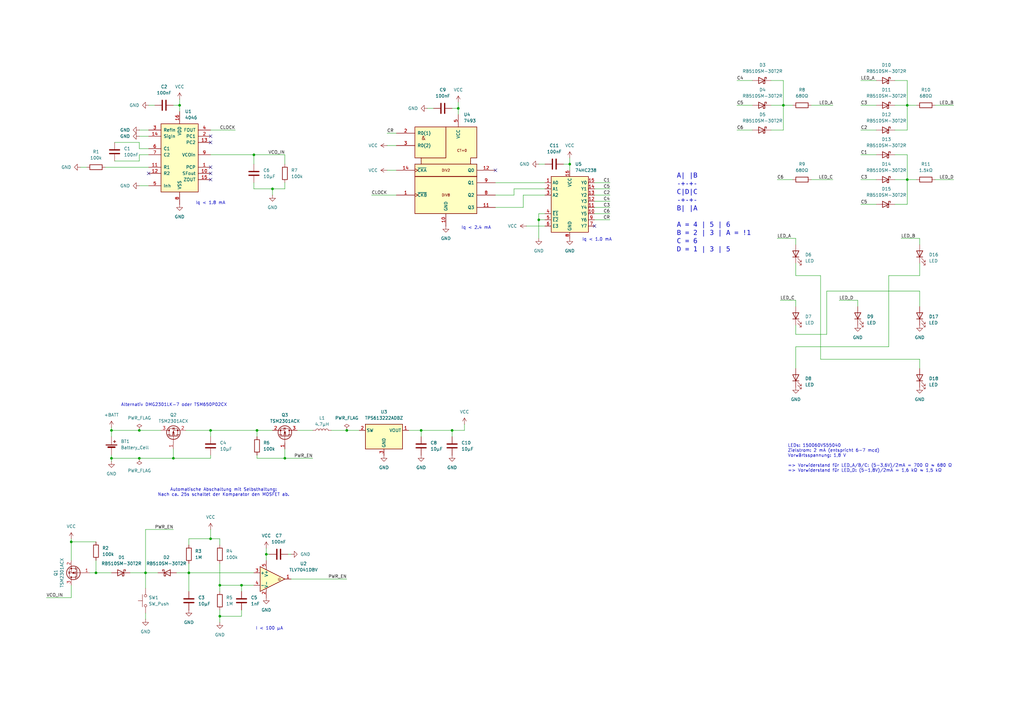
<source format=kicad_sch>
(kicad_sch (version 20231120) (generator "eeschema") (generator_version "8.0")
  (paper "A3")
  (lib_symbols
    (symbol "4xxx:4046" (pin_names (offset 1.016))
      (property "Reference" "U" (at -7.62 13.97 0))
      (property "Value" "4046" (at -7.62 -16.51 0))
      (symbol "4046_1_0"
        (pin output line (at 12.7 -5.08 180) (length 5.08) (name "PCP") (number "1"))
        (pin output line (at 12.7 -7.62 180) (length 5.08) (name "SFout") (number "10"))
        (pin input line (at -12.7 -5.08 0) (length 5.08) (name "R1") (number "11"))
        (pin input line (at -12.7 -7.62 0) (length 5.08) (name "R2") (number "12"))
        (pin tri_state line (at 12.7 5.08 180) (length 5.08) (name "PC2") (number "13"))
        (pin input line (at -12.7 7.62 0) (length 5.08) (name "SigIn") (number "14"))
        (pin output line (at 12.7 -10.16 180) (length 5.08) (name "ZOUT") (number "15"))
        (pin power_in line (at 0 17.78 270) (length 5.08) (name "VDD") (number "16"))
        (pin output line (at 12.7 7.62 180) (length 5.08) (name "PC1") (number "2"))
        (pin input line (at -12.7 10.16 0) (length 5.08) (name "RefIn") (number "3"))
        (pin output line (at 12.7 10.16 180) (length 5.08) (name "FOUT") (number "4"))
        (pin input line (at -12.7 -12.7 0) (length 5.08) (name "Inh") (number "5"))
        (pin input line (at -12.7 2.54 0) (length 5.08) (name "C1") (number "6"))
        (pin input line (at -12.7 0 0) (length 5.08) (name "C2") (number "7"))
        (pin power_in line (at 0 -20.32 90) (length 5.08) (name "VSS") (number "8"))
        (pin input line (at 12.7 0 180) (length 5.08) (name "VCOin") (number "9"))
      )
      (symbol "4046_1_1"
        (rectangle (start -7.62 12.7) (end 7.62 -15.24) (stroke (width 0.254)) (fill (type background)))
      )
    )
    (symbol "74xx:74HC238"
      (property "Reference" "U" (at -7.62 13.97 0))
      (property "Value" "74HC238" (at 2.54 -11.43 0))
      (symbol "74HC238_0_1"
        (rectangle (start -7.62 12.7) (end 7.62 -10.16) (stroke (width 0.254)) (fill (type background)))
      )
      (symbol "74HC238_1_1"
        (pin input line (at -10.16 10.16 0) (length 2.54) (name "A0") (number "1"))
        (pin output line (at 10.16 -2.54 180) (length 2.54) (name "Y5") (number "10"))
        (pin output line (at 10.16 0 180) (length 2.54) (name "Y4") (number "11"))
        (pin output line (at 10.16 2.54 180) (length 2.54) (name "Y3") (number "12"))
        (pin output line (at 10.16 5.08 180) (length 2.54) (name "Y2") (number "13"))
        (pin output line (at 10.16 7.62 180) (length 2.54) (name "Y1") (number "14"))
        (pin output line (at 10.16 10.16 180) (length 2.54) (name "Y0") (number "15"))
        (pin power_in line (at 0 15.24 270) (length 2.54) (name "VCC") (number "16"))
        (pin input line (at -10.16 7.62 0) (length 2.54) (name "A1") (number "2"))
        (pin input line (at -10.16 5.08 0) (length 2.54) (name "A2") (number "3"))
        (pin input line (at -10.16 -2.54 0) (length 2.54) (name "~{E1}") (number "4"))
        (pin input line (at -10.16 -5.08 0) (length 2.54) (name "~{E2}") (number "5"))
        (pin input line (at -10.16 -7.62 0) (length 2.54) (name "E3") (number "6"))
        (pin output line (at 10.16 -7.62 180) (length 2.54) (name "Y7") (number "7"))
        (pin power_in line (at 0 -12.7 90) (length 2.54) (name "GND") (number "8"))
        (pin output line (at 10.16 -5.08 180) (length 2.54) (name "Y6") (number "9"))
      )
    )
    (symbol "74xx_IEEE:7493" (pin_names (offset 1.016))
      (property "Reference" "U" (at 15.24 10.16 0))
      (property "Value" "7493" (at 10.16 -20.32 0))
      (symbol "7493_0_0"
        (rectangle (start -12.7 -2.54) (end 12.7 -17.78) (stroke (width 0.254)) (fill (type background)))
        (rectangle (start -12.7 2.54) (end 12.7 -2.54) (stroke (width 0.254)) (fill (type background)))
        (polyline (pts (xy 0 17.78) (xy 0 5.08) (xy -10.16 5.08) (xy -10.16 5.08)) (stroke (width 0.254)) (fill (type background)))
        (polyline (pts (xy -10.16 2.54) (xy -10.16 5.08) (xy -12.7 5.08) (xy -12.7 17.78) (xy 12.7 17.78) (xy 12.7 5.08) (xy 10.16 5.08) (xy 10.16 2.54) (xy 10.16 2.54)) (stroke (width 0.254)) (fill (type background)))
        (text "&" (at -9.144 13.208 0) (effects (font (size 1.524 1.524))))
        (text "CT=0" (at 6.604 8.128 0) (effects (font (size 1.016 1.016))))
        (text "DIV2" (at 0 0 0) (effects (font (size 1.016 1.016))))
        (text "DIV8" (at 0 -10.16 0) (effects (font (size 1.016 1.016))))
        (pin power_in line (at 0 -22.86 90) (length 5.08) (name "GND") (number "10"))
        (pin power_in line (at 5.08 22.86 270) (length 5.08) (name "VCC") (number "5"))
      )
      (symbol "7493_1_1"
        (pin input clock (at -20.32 -10.16 0) (length 7.62) (name "~{CKB}") (number "1"))
        (pin output line (at 20.32 -15.24 180) (length 7.62) (name "Q3") (number "11"))
        (pin output line (at 20.32 0 180) (length 7.62) (name "Q0") (number "12"))
        (pin input clock (at -20.32 0 0) (length 7.62) (name "~{CKA}") (number "14"))
        (pin input line (at -20.32 15.24 0) (length 7.62) (name "R0(1)") (number "2"))
        (pin input line (at -20.32 10.16 0) (length 7.62) (name "R0(2)") (number "3"))
        (pin output line (at 20.32 -10.16 180) (length 7.62) (name "Q2") (number "8"))
        (pin output line (at 20.32 -5.08 180) (length 7.62) (name "Q1") (number "9"))
      )
    )
    (symbol "Comparator:TLV7041DBV" (pin_names (offset 0.127))
      (property "Reference" "U" (at 0 5.08 0))
      (property "Value" "TLV7041DBV" (at 0 -5.08 0))
      (symbol "TLV7041DBV_0_1"
        (polyline (pts (xy -5.08 5.08) (xy 5.08 0) (xy -5.08 -5.08) (xy -5.08 5.08)) (stroke (width 0.254)) (fill (type background)))
        (polyline (pts (xy 3.302 -0.508) (xy 2.794 -0.508) (xy 3.302 0) (xy 2.794 0.508) (xy 2.286 0) (xy 2.794 -0.508) (xy 2.286 -0.508)) (stroke (width 0.127)))
        (pin power_in line (at -2.54 -7.62 90) (length 3.81) (name "V-") (number "2"))
        (pin power_in line (at -2.54 7.62 270) (length 3.81) (name "V+") (number "5"))
      )
      (symbol "TLV7041DBV_1_1"
        (pin open_collector line (at 7.62 0 180) (length 2.54) (name "~") (number "1"))
        (pin input line (at -7.62 2.54 0) (length 2.54) (name "+") (number "3"))
        (pin input line (at -7.62 -2.54 0) (length 2.54) (name "-") (number "4"))
      )
    )
    (symbol "Device:Battery_Cell" (pin_numbers hide) (pin_names (offset 0) hide)
      (property "Reference" "BT" (at 2.54 2.54 0))
      (property "Value" "Battery_Cell" (at 2.54 0 0))
      (symbol "Battery_Cell_0_1"
        (rectangle (start -2.286 1.778) (end 2.286 1.524) (fill (type outline)))
        (rectangle (start -1.524 1.016) (end 1.524 0.508) (fill (type outline)))
        (polyline (pts (xy 0 0.762) (xy 0 0)))
        (polyline (pts (xy 0 1.778) (xy 0 2.54)))
        (polyline (pts (xy 0.762 3.048) (xy 1.778 3.048)) (stroke (width 0.254)))
        (polyline (pts (xy 1.27 3.556) (xy 1.27 2.54)) (stroke (width 0.254)))
      )
      (symbol "Battery_Cell_1_1"
        (pin passive line (at 0 5.08 270) (length 2.54) (name "+") (number "1"))
        (pin passive line (at 0 -2.54 90) (length 2.54) (name "-") (number "2"))
      )
    )
    (symbol "Device:C" (pin_numbers hide) (pin_names (offset 0.254))
      (property "Reference" "C" (at 0.635 2.54 0))
      (property "Value" "C" (at 0.635 -2.54 0))
      (symbol "C_0_1"
        (polyline (pts (xy -2.032 -0.762) (xy 2.032 -0.762)) (stroke (width 0.508)))
        (polyline (pts (xy -2.032 0.762) (xy 2.032 0.762)) (stroke (width 0.508)))
      )
      (symbol "C_1_1"
        (pin passive line (at 0 3.81 270) (length 2.794) (name "~") (number "1"))
        (pin passive line (at 0 -3.81 90) (length 2.794) (name "~") (number "2"))
      )
    )
    (symbol "Device:D_Schottky" (pin_numbers hide) (pin_names (offset 1.016) hide)
      (property "Reference" "D" (at 0 2.54 0))
      (property "Value" "D_Schottky" (at 0 -2.54 0))
      (symbol "D_Schottky_0_1"
        (polyline (pts (xy 1.27 0) (xy -1.27 0)))
        (polyline (pts (xy 1.27 1.27) (xy 1.27 -1.27) (xy -1.27 0) (xy 1.27 1.27)) (stroke (width 0.254)))
        (polyline (pts (xy -1.905 0.635) (xy -1.905 1.27) (xy -1.27 1.27) (xy -1.27 -1.27) (xy -0.635 -1.27) (xy -0.635 -0.635)) (stroke (width 0.254)))
      )
      (symbol "D_Schottky_1_1"
        (pin passive line (at -3.81 0 0) (length 2.54) (name "K") (number "1"))
        (pin passive line (at 3.81 0 180) (length 2.54) (name "A") (number "2"))
      )
    )
    (symbol "Device:L" (pin_numbers hide) (pin_names (offset 1.016) hide)
      (property "Reference" "L" (at -1.27 0 90))
      (property "Value" "L" (at 1.905 0 90))
      (symbol "L_0_1"
        (arc (start 0 -2.54) (mid 0.6323 -1.905) (end 0 -1.27))
        (arc (start 0 -1.27) (mid 0.6323 -0.635) (end 0 0))
        (arc (start 0 0) (mid 0.6323 0.635) (end 0 1.27))
        (arc (start 0 1.27) (mid 0.6323 1.905) (end 0 2.54))
      )
      (symbol "L_1_1"
        (pin passive line (at 0 3.81 270) (length 1.27) (name "1") (number "1"))
        (pin passive line (at 0 -3.81 90) (length 1.27) (name "2") (number "2"))
      )
    )
    (symbol "Device:LED" (pin_numbers hide) (pin_names (offset 1.016) hide)
      (property "Reference" "D" (at 0 2.54 0))
      (property "Value" "LED" (at 0 -2.54 0))
      (symbol "LED_0_1"
        (polyline (pts (xy -1.27 -1.27) (xy -1.27 1.27)) (stroke (width 0.254)))
        (polyline (pts (xy -1.27 0) (xy 1.27 0)))
        (polyline (pts (xy 1.27 -1.27) (xy 1.27 1.27) (xy -1.27 0) (xy 1.27 -1.27)) (stroke (width 0.254)))
        (polyline (pts (xy -3.048 -0.762) (xy -4.572 -2.286) (xy -3.81 -2.286) (xy -4.572 -2.286) (xy -4.572 -1.524)))
        (polyline (pts (xy -1.778 -0.762) (xy -3.302 -2.286) (xy -2.54 -2.286) (xy -3.302 -2.286) (xy -3.302 -1.524)))
      )
      (symbol "LED_1_1"
        (pin passive line (at -3.81 0 0) (length 2.54) (name "K") (number "1"))
        (pin passive line (at 3.81 0 180) (length 2.54) (name "A") (number "2"))
      )
    )
    (symbol "Device:R" (pin_numbers hide) (pin_names (offset 0))
      (property "Reference" "R" (at 2.032 0 90))
      (property "Value" "R" (at 0 0 90))
      (symbol "R_0_1"
        (rectangle (start -1.016 -2.54) (end 1.016 2.54) (stroke (width 0.254)))
      )
      (symbol "R_1_1"
        (pin passive line (at 0 3.81 270) (length 1.27) (name "~") (number "1"))
        (pin passive line (at 0 -3.81 90) (length 1.27) (name "~") (number "2"))
      )
    )
    (symbol "Regulator_Switching:TPS613222ADBZ"
      (property "Reference" "U" (at -7.62 6.35 0))
      (property "Value" "TPS613222ADBZ" (at 2.54 6.35 0))
      (symbol "TPS613222ADBZ_0_1"
        (rectangle (start -7.62 5.08) (end 7.62 -5.08) (stroke (width 0.254)) (fill (type background)))
      )
      (symbol "TPS613222ADBZ_1_1"
        (pin power_out line (at 10.16 2.54 180) (length 2.54) (name "VOUT") (number "1"))
        (pin power_in line (at -10.16 2.54 0) (length 2.54) (name "SW") (number "2"))
        (pin power_in line (at 0 -7.62 90) (length 2.54) (name "GND") (number "3"))
      )
    )
    (symbol "Switch:SW_Push" (pin_numbers hide) (pin_names (offset 1.016) hide)
      (property "Reference" "SW" (at 1.27 2.54 0))
      (property "Value" "SW_Push" (at 0 -1.524 0))
      (symbol "SW_Push_0_1"
        (circle (center -2.032 0) (radius 0.508))
        (polyline (pts (xy 0 1.27) (xy 0 3.048)))
        (polyline (pts (xy 2.54 1.27) (xy -2.54 1.27)))
        (circle (center 2.032 0) (radius 0.508))
        (pin passive line (at -5.08 0 0) (length 2.54) (name "1") (number "1"))
        (pin passive line (at 5.08 0 180) (length 2.54) (name "2") (number "2"))
      )
    )
    (symbol "Transistor_FET_old:TSM2301ACX" (pin_names hide)
      (property "Reference" "Q" (at 5.08 1.905 0))
      (property "Value" "TSM2301ACX" (at 5.08 0 0))
      (symbol "TSM2301ACX_0_1"
        (polyline (pts (xy 0.254 0) (xy -2.54 0)))
        (polyline (pts (xy 0.254 1.905) (xy 0.254 -1.905)) (stroke (width 0.254)))
        (polyline (pts (xy 0.762 -1.27) (xy 0.762 -2.286)) (stroke (width 0.254)))
        (polyline (pts (xy 0.762 0.508) (xy 0.762 -0.508)) (stroke (width 0.254)))
        (polyline (pts (xy 0.762 2.286) (xy 0.762 1.27)) (stroke (width 0.254)))
        (polyline (pts (xy 2.54 2.54) (xy 2.54 1.778)))
        (polyline (pts (xy 2.54 -2.54) (xy 2.54 0) (xy 0.762 0)))
        (polyline (pts (xy 0.762 1.778) (xy 3.302 1.778) (xy 3.302 -1.778) (xy 0.762 -1.778)))
        (polyline (pts (xy 2.286 0) (xy 1.27 0.381) (xy 1.27 -0.381) (xy 2.286 0)) (fill (type outline)))
        (polyline (pts (xy 2.794 -0.508) (xy 2.921 -0.381) (xy 3.683 -0.381) (xy 3.81 -0.254)))
        (polyline (pts (xy 3.302 -0.381) (xy 2.921 0.254) (xy 3.683 0.254) (xy 3.302 -0.381)))
        (circle (center 1.651 0) (radius 2.794) (stroke (width 0.254)))
        (circle (center 2.54 -1.778) (radius 0.254) (fill (type outline)))
        (circle (center 2.54 1.778) (radius 0.254) (fill (type outline)))
      )
      (symbol "TSM2301ACX_1_1"
        (pin input line (at -5.08 0 0) (length 2.54) (name "G") (number "1"))
        (pin passive line (at 2.54 -5.08 90) (length 2.54) (name "S") (number "2"))
        (pin passive line (at 2.54 5.08 270) (length 2.54) (name "D") (number "3"))
      )
    )
    (symbol "power:+BATT" (power) (pin_numbers hide) (pin_names (offset 0) hide)
      (property "Value" "+BATT" (at 0 3.556 0))
      (symbol "+BATT_0_1"
        (polyline (pts (xy -0.762 1.27) (xy 0 2.54)))
        (polyline (pts (xy 0 0) (xy 0 2.54)))
        (polyline (pts (xy 0 2.54) (xy 0.762 1.27)))
      )
      (symbol "+BATT_1_1"
        (pin power_in line (at 0 0 90) (length 0) (name "~") (number "1"))
      )
    )
    (symbol "power:GND" (power) (pin_numbers hide) (pin_names (offset 0) hide)
      (property "Value" "GND" (at 0 -3.81 0))
      (symbol "GND_0_1"
        (polyline (pts (xy 0 0) (xy 0 -1.27) (xy 1.27 -1.27) (xy 0 -2.54) (xy -1.27 -1.27) (xy 0 -1.27)))
      )
      (symbol "GND_1_1"
        (pin power_in line (at 0 0 270) (length 0) (name "~") (number "1"))
      )
    )
    (symbol "power:PWR_FLAG" (power) (pin_numbers hide) (pin_names (offset 0) hide)
      (property "Value" "PWR_FLAG" (at 0 3.81 0))
      (symbol "PWR_FLAG_0_0"
        (pin power_out line (at 0 0 90) (length 0) (name "~") (number "1"))
      )
      (symbol "PWR_FLAG_0_1"
        (polyline (pts (xy 0 0) (xy 0 1.27) (xy -1.016 1.905) (xy 0 2.54) (xy 1.016 1.905) (xy 0 1.27)))
      )
    )
    (symbol "power:VCC" (power) (pin_numbers hide) (pin_names (offset 0) hide)
      (property "Value" "VCC" (at 0 3.556 0))
      (symbol "VCC_0_1"
        (polyline (pts (xy -0.762 1.27) (xy 0 2.54)))
        (polyline (pts (xy 0 0) (xy 0 2.54)))
        (polyline (pts (xy 0 2.54) (xy 0.762 1.27)))
      )
      (symbol "VCC_1_1"
        (pin power_in line (at 0 0 90) (length 0) (name "~") (number "1"))
      )
    )
  )
  (junction (at 220.98 90.17))
  (junction (at 111.76 77.47))
  (junction (at 372.11 43.18))
  (junction (at 142.24 176.53))
  (junction (at 29.21 222.25))
  (junction (at 77.47 234.95))
  (junction (at 90.17 252.73))
  (junction (at 73.66 43.18))
  (junction (at 172.72 176.53))
  (junction (at 86.36 220.98))
  (junction (at 99.06 240.03))
  (junction (at 233.68 67.31))
  (junction (at 45.72 187.96))
  (junction (at 57.15 187.96))
  (junction (at 187.96 44.45))
  (junction (at 90.17 240.03))
  (junction (at 45.72 176.53))
  (junction (at 104.14 63.5))
  (junction (at 105.41 176.53))
  (junction (at 86.36 176.53))
  (junction (at 372.11 73.66))
  (junction (at 109.22 227.33))
  (junction (at 57.15 176.53))
  (junction (at 59.69 234.95))
  (junction (at 71.12 187.96))
  (junction (at 185.42 176.53))
  (junction (at 39.37 234.95))
  (junction (at 116.84 187.96))
  (junction (at 321.31 43.18))
  (no_connect (at 243.84 92.71))
  (no_connect (at 203.2 69.85))
  (no_connect (at 86.36 55.88))
  (no_connect (at 86.36 73.66))
  (no_connect (at 86.36 58.42))
  (no_connect (at 86.36 68.58))
  (no_connect (at 60.96 71.12))
  (no_connect (at 86.36 71.12))
  (wire (pts (xy 243.84 80.01) (xy 250.19 80.01)))
  (wire (pts (xy 320.04 123.19) (xy 326.39 123.19)))
  (wire (pts (xy 86.36 53.34) (xy 96.52 53.34)))
  (wire (pts (xy 243.84 85.09) (xy 250.19 85.09)))
  (wire (pts (xy 367.03 43.18) (xy 372.11 43.18)))
  (wire (pts (xy 377.19 147.32) (xy 377.19 151.13)))
  (wire (pts (xy 90.17 252.73) (xy 99.06 252.73)))
  (wire (pts (xy 336.55 147.32) (xy 377.19 147.32)))
  (wire (pts (xy 367.03 83.82) (xy 372.11 83.82)))
  (wire (pts (xy 175.26 44.45) (xy 177.8 44.45)))
  (wire (pts (xy 33.02 68.58) (xy 35.56 68.58)))
  (wire (pts (xy 372.11 33.02) (xy 367.03 33.02)))
  (wire (pts (xy 220.98 67.31) (xy 223.52 67.31)))
  (wire (pts (xy 116.84 77.47) (xy 116.84 74.93)))
  (wire (pts (xy 158.75 69.85) (xy 162.56 69.85)))
  (wire (pts (xy 119.38 237.49) (xy 142.24 237.49)))
  (wire (pts (xy 86.36 176.53) (xy 86.36 179.07)))
  (wire (pts (xy 71.12 184.15) (xy 71.12 187.96)))
  (wire (pts (xy 332.74 43.18) (xy 341.63 43.18)))
  (wire (pts (xy 187.96 44.45) (xy 187.96 46.99)))
  (wire (pts (xy 243.84 74.93) (xy 250.19 74.93)))
  (wire (pts (xy 116.84 63.5) (xy 116.84 67.31)))
  (wire (pts (xy 351.79 123.19) (xy 351.79 125.73)))
  (wire (pts (xy 29.21 220.98) (xy 29.21 222.25)))
  (wire (pts (xy 110.49 227.33) (xy 109.22 227.33)))
  (wire (pts (xy 59.69 217.17) (xy 59.69 234.95)))
  (wire (pts (xy 39.37 234.95) (xy 45.72 234.95)))
  (wire (pts (xy 321.31 53.34) (xy 321.31 43.18)))
  (wire (pts (xy 104.14 77.47) (xy 111.76 77.47)))
  (wire (pts (xy 318.77 97.79) (xy 326.39 97.79)))
  (wire (pts (xy 59.69 217.17) (xy 71.12 217.17)))
  (wire (pts (xy 57.15 60.96) (xy 57.15 58.42)))
  (wire (pts (xy 86.36 220.98) (xy 90.17 220.98)))
  (wire (pts (xy 57.15 63.5) (xy 60.96 63.5)))
  (wire (pts (xy 36.83 234.95) (xy 39.37 234.95)))
  (wire (pts (xy 111.76 77.47) (xy 116.84 77.47)))
  (wire (pts (xy 45.72 187.96) (xy 57.15 187.96)))
  (wire (pts (xy 99.06 250.19) (xy 99.06 252.73)))
  (wire (pts (xy 57.15 187.96) (xy 71.12 187.96)))
  (wire (pts (xy 214.63 80.01) (xy 223.52 80.01)))
  (wire (pts (xy 19.05 245.11) (xy 29.21 245.11)))
  (wire (pts (xy 243.84 90.17) (xy 250.19 90.17)))
  (wire (pts (xy 302.26 33.02) (xy 308.61 33.02)))
  (wire (pts (xy 203.2 85.09) (xy 214.63 85.09)))
  (wire (pts (xy 121.92 176.53) (xy 128.27 176.53)))
  (wire (pts (xy 71.12 187.96) (xy 86.36 187.96)))
  (wire (pts (xy 364.49 142.24) (xy 326.39 142.24)))
  (wire (pts (xy 167.64 176.53) (xy 172.72 176.53)))
  (wire (pts (xy 135.89 176.53) (xy 142.24 176.53)))
  (wire (pts (xy 353.06 73.66) (xy 359.41 73.66)))
  (wire (pts (xy 71.12 43.18) (xy 73.66 43.18)))
  (wire (pts (xy 72.39 234.95) (xy 77.47 234.95)))
  (wire (pts (xy 372.11 53.34) (xy 372.11 43.18)))
  (wire (pts (xy 321.31 43.18) (xy 325.12 43.18)))
  (wire (pts (xy 372.11 63.5) (xy 367.03 63.5)))
  (wire (pts (xy 111.76 77.47) (xy 111.76 80.01)))
  (wire (pts (xy 203.2 74.93) (xy 223.52 74.93)))
  (wire (pts (xy 57.15 176.53) (xy 66.04 176.53)))
  (wire (pts (xy 99.06 240.03) (xy 90.17 240.03)))
  (wire (pts (xy 86.36 176.53) (xy 105.41 176.53)))
  (wire (pts (xy 187.96 41.91) (xy 187.96 44.45)))
  (wire (pts (xy 45.72 175.26) (xy 45.72 176.53)))
  (wire (pts (xy 172.72 176.53) (xy 172.72 179.07)))
  (wire (pts (xy 302.26 53.34) (xy 308.61 53.34)))
  (wire (pts (xy 243.84 87.63) (xy 250.19 87.63)))
  (wire (pts (xy 105.41 176.53) (xy 105.41 179.07)))
  (wire (pts (xy 377.19 100.33) (xy 377.19 97.79)))
  (wire (pts (xy 210.82 77.47) (xy 210.82 80.01)))
  (wire (pts (xy 220.98 90.17) (xy 223.52 90.17)))
  (wire (pts (xy 372.11 83.82) (xy 372.11 73.66)))
  (wire (pts (xy 90.17 240.03) (xy 90.17 231.14)))
  (wire (pts (xy 372.11 43.18) (xy 372.11 33.02)))
  (wire (pts (xy 73.66 40.64) (xy 73.66 43.18)))
  (wire (pts (xy 233.68 67.31) (xy 233.68 69.85)))
  (wire (pts (xy 326.39 123.19) (xy 326.39 125.73)))
  (wire (pts (xy 364.49 113.03) (xy 364.49 142.24)))
  (wire (pts (xy 367.03 73.66) (xy 372.11 73.66)))
  (wire (pts (xy 316.23 53.34) (xy 321.31 53.34)))
  (wire (pts (xy 383.54 73.66) (xy 391.16 73.66)))
  (wire (pts (xy 372.11 73.66) (xy 375.92 73.66)))
  (wire (pts (xy 59.69 254) (xy 59.69 251.46)))
  (wire (pts (xy 353.06 63.5) (xy 359.41 63.5)))
  (wire (pts (xy 344.17 123.19) (xy 351.79 123.19)))
  (wire (pts (xy 233.68 64.77) (xy 233.68 67.31)))
  (wire (pts (xy 326.39 133.35) (xy 326.39 137.16)))
  (wire (pts (xy 57.15 53.34) (xy 60.96 53.34)))
  (wire (pts (xy 57.15 55.88) (xy 60.96 55.88)))
  (wire (pts (xy 76.2 176.53) (xy 86.36 176.53)))
  (wire (pts (xy 353.06 33.02) (xy 359.41 33.02)))
  (wire (pts (xy 190.5 176.53) (xy 190.5 173.99)))
  (wire (pts (xy 353.06 43.18) (xy 359.41 43.18)))
  (wire (pts (xy 185.42 44.45) (xy 187.96 44.45)))
  (wire (pts (xy 383.54 43.18) (xy 391.16 43.18)))
  (wire (pts (xy 367.03 53.34) (xy 372.11 53.34)))
  (wire (pts (xy 45.72 176.53) (xy 45.72 179.07)))
  (wire (pts (xy 372.11 43.18) (xy 375.92 43.18)))
  (wire (pts (xy 104.14 240.03) (xy 99.06 240.03)))
  (wire (pts (xy 210.82 80.01) (xy 203.2 80.01)))
  (wire (pts (xy 377.19 113.03) (xy 364.49 113.03)))
  (wire (pts (xy 53.34 234.95) (xy 59.69 234.95)))
  (wire (pts (xy 185.42 176.53) (xy 190.5 176.53)))
  (wire (pts (xy 353.06 53.34) (xy 359.41 53.34)))
  (wire (pts (xy 326.39 137.16) (xy 339.09 137.16)))
  (wire (pts (xy 73.66 43.18) (xy 73.66 45.72)))
  (wire (pts (xy 353.06 83.82) (xy 359.41 83.82)))
  (wire (pts (xy 231.14 67.31) (xy 233.68 67.31)))
  (wire (pts (xy 243.84 77.47) (xy 250.19 77.47)))
  (wire (pts (xy 86.36 63.5) (xy 104.14 63.5)))
  (wire (pts (xy 105.41 176.53) (xy 111.76 176.53)))
  (wire (pts (xy 90.17 240.03) (xy 90.17 242.57)))
  (wire (pts (xy 302.26 43.18) (xy 308.61 43.18)))
  (wire (pts (xy 185.42 176.53) (xy 185.42 179.07)))
  (wire (pts (xy 90.17 255.27) (xy 90.17 252.73)))
  (wire (pts (xy 321.31 43.18) (xy 321.31 33.02)))
  (wire (pts (xy 77.47 231.14) (xy 77.47 234.95)))
  (wire (pts (xy 339.09 137.16) (xy 339.09 119.38)))
  (wire (pts (xy 104.14 63.5) (xy 116.84 63.5)))
  (wire (pts (xy 336.55 113.03) (xy 336.55 147.32)))
  (wire (pts (xy 77.47 220.98) (xy 86.36 220.98)))
  (wire (pts (xy 332.74 73.66) (xy 341.63 73.66)))
  (wire (pts (xy 39.37 234.95) (xy 39.37 229.87)))
  (wire (pts (xy 321.31 33.02) (xy 316.23 33.02)))
  (wire (pts (xy 60.96 60.96) (xy 57.15 60.96)))
  (wire (pts (xy 57.15 66.04) (xy 57.15 63.5)))
  (wire (pts (xy 172.72 176.53) (xy 185.42 176.53)))
  (wire (pts (xy 215.9 92.71) (xy 223.52 92.71)))
  (wire (pts (xy 90.17 220.98) (xy 90.17 223.52)))
  (wire (pts (xy 326.39 113.03) (xy 336.55 113.03)))
  (wire (pts (xy 104.14 63.5) (xy 104.14 67.31)))
  (wire (pts (xy 86.36 186.69) (xy 86.36 187.96)))
  (wire (pts (xy 214.63 85.09) (xy 214.63 80.01)))
  (wire (pts (xy 57.15 58.42) (xy 46.99 58.42)))
  (wire (pts (xy 45.72 186.69) (xy 45.72 187.96)))
  (wire (pts (xy 45.72 176.53) (xy 57.15 176.53)))
  (wire (pts (xy 152.4 80.01) (xy 162.56 80.01)))
  (wire (pts (xy 377.19 119.38) (xy 377.19 125.73)))
  (wire (pts (xy 29.21 222.25) (xy 39.37 222.25)))
  (wire (pts (xy 77.47 223.52) (xy 77.47 220.98)))
  (wire (pts (xy 45.72 187.96) (xy 45.72 189.23)))
  (wire (pts (xy 86.36 217.17) (xy 86.36 220.98)))
  (wire (pts (xy 158.75 54.61) (xy 162.56 54.61)))
  (wire (pts (xy 109.22 227.33) (xy 109.22 229.87)))
  (wire (pts (xy 46.99 66.04) (xy 57.15 66.04)))
  (wire (pts (xy 57.15 76.2) (xy 60.96 76.2)))
  (wire (pts (xy 316.23 43.18) (xy 321.31 43.18)))
  (wire (pts (xy 104.14 74.93) (xy 104.14 77.47)))
  (wire (pts (xy 77.47 234.95) (xy 104.14 234.95)))
  (wire (pts (xy 29.21 222.25) (xy 29.21 229.87)))
  (wire (pts (xy 116.84 184.15) (xy 116.84 187.96)))
  (wire (pts (xy 29.21 245.11) (xy 29.21 240.03)))
  (wire (pts (xy 105.41 186.69) (xy 105.41 187.96)))
  (wire (pts (xy 220.98 87.63) (xy 223.52 87.63)))
  (wire (pts (xy 109.22 224.79) (xy 109.22 227.33)))
  (wire (pts (xy 339.09 119.38) (xy 377.19 119.38)))
  (wire (pts (xy 60.96 43.18) (xy 63.5 43.18)))
  (wire (pts (xy 119.38 227.33) (xy 118.11 227.33)))
  (wire (pts (xy 243.84 82.55) (xy 250.19 82.55)))
  (wire (pts (xy 377.19 107.95) (xy 377.19 113.03)))
  (wire (pts (xy 220.98 97.79) (xy 220.98 90.17)))
  (wire (pts (xy 223.52 77.47) (xy 210.82 77.47)))
  (wire (pts (xy 43.18 68.58) (xy 60.96 68.58)))
  (wire (pts (xy 326.39 97.79) (xy 326.39 100.33)))
  (wire (pts (xy 142.24 176.53) (xy 147.32 176.53)))
  (wire (pts (xy 77.47 234.95) (xy 77.47 242.57)))
  (wire (pts (xy 220.98 90.17) (xy 220.98 87.63)))
  (wire (pts (xy 105.41 187.96) (xy 116.84 187.96)))
  (wire (pts (xy 369.57 97.79) (xy 377.19 97.79)))
  (wire (pts (xy 90.17 252.73) (xy 90.17 250.19)))
  (wire (pts (xy 326.39 107.95) (xy 326.39 113.03)))
  (wire (pts (xy 99.06 240.03) (xy 99.06 242.57)))
  (wire (pts (xy 158.75 59.69) (xy 162.56 59.69)))
  (wire (pts (xy 116.84 187.96) (xy 128.27 187.96)))
  (wire (pts (xy 59.69 234.95) (xy 64.77 234.95)))
  (wire (pts (xy 372.11 73.66) (xy 372.11 63.5)))
  (wire (pts (xy 318.77 73.66) (xy 325.12 73.66)))
  (wire (pts (xy 59.69 241.3) (xy 59.69 234.95)))
  (wire (pts (xy 326.39 142.24) (xy 326.39 151.13)))
  (text "Iq < 1.0 mA" (at 244.856 98.298 0) (effects (font (size 1.27 1.27))))
  (text "Iq < 1.8 mA" (at 86.36 83.312 0) (effects (font (size 1.27 1.27))))
  (text "LEDs: 150060VS55040\nZielstrom: 2 mA (entspricht 6-7 mcd)\nVorwärtsspannung: 1,8 V\n\n=> Vorwiderstand für LED_A/B/C: (5-3,6V)/2mA = 700 Ω ≈ 680 Ω\n=> Vorwiderstand für LED_D: (5-1,8V)/2mA = 1,6 kΩ ≈ 1,5 kΩ" (at 323.088 187.96 0) (effects (font (size 1.27 1.27)) (justify left)))
  (text "Automatische Abschaltung mit Selbsthaltung:\nNach ca. 25s schaltet der Komparator den MOSFET ab." (at 91.694 201.93 0) (effects (font (size 1.27 1.27))))
  (text "I < 100 μA" (at 110.49 257.81 0) (effects (font (size 1.27 1.27))))
  (text "Alternativ DMG2301LK-7 oder TSM650P02CX" (at 71.374 166.116 0) (effects (font (size 1.27 1.27))))
  (text "A| |B\n-+-+-\nC|D|C\n-+-+-\nB| |A\n\nA = 4 | 5 | 6\nB = 2 | 3 | A = !1\nC = 6\nD = 1 | 3 | 5" (at 277.622 87.884 0) (effects (font (size 2 2)) (justify left)))
  (text "Iq < 2.4 mA" (at 195.326 93.472 0) (effects (font (size 1.27 1.27))))
  (label "C5" (at 302.26 43.18 0))
  (label "PWR_EN" (at 128.27 187.96 180))
  (label "CR" (at 158.75 54.61 0))
  (label "VCO_IN" (at 116.84 63.5 180))
  (label "VCO_IN" (at 19.05 245.11 0))
  (label "C2" (at 250.19 80.01 180))
  (label "C3" (at 250.19 85.09 180))
  (label "C6" (at 250.19 87.63 180))
  (label "LED_A" (at 353.06 33.02 0))
  (label "C3" (at 353.06 73.66 0))
  (label "CR" (at 250.19 90.17 180))
  (label "C4" (at 302.26 33.02 0))
  (label "C2" (at 353.06 53.34 0))
  (label "LED_A" (at 341.63 43.18 180))
  (label "LED_B" (at 391.16 43.18 180))
  (label "LED_B" (at 369.57 97.79 0))
  (label "C5" (at 353.06 83.82 0))
  (label "C1" (at 353.06 63.5 0))
  (label "CLOCK" (at 96.52 53.34 180))
  (label "C3" (at 353.06 43.18 0))
  (label "LED_A" (at 318.77 97.79 0))
  (label "C6" (at 318.77 73.66 0))
  (label "C4" (at 250.19 82.55 180))
  (label "CLOCK" (at 152.4 80.01 0))
  (label "C5" (at 250.19 77.47 180))
  (label "LED_D" (at 344.17 123.19 0))
  (label "C1" (at 250.19 74.93 180))
  (label "PWR_EN" (at 142.24 237.49 180))
  (label "LED_D" (at 391.16 73.66 180))
  (label "C6" (at 302.26 53.34 0))
  (label "LED_C" (at 320.04 123.19 0))
  (label "LED_C" (at 341.63 73.66 180))
  (label "PWR_EN" (at 71.12 217.17 180))
  (symbol (lib_id "4xxx:4046") (at 73.66 63.5 0) (unit 1)
    (property "Reference" "U1" (at 75.8541 45.72 0) (effects (justify left)))
    (property "Value" "4046" (at 75.8541 48.26 0) (effects (justify left)))
    (property "Footprint" "Package_SO:SOIC-16_3.9x9.9mm_P1.27mm" (effects (hide yes)))
    (property "Datasheet" "https://assets.nexperia.com/documents/data-sheet/HEF4046B.pdf" (effects (hide yes)))
    (property "Description" "Phase Comp & VCO" (effects (hide yes)))
    (property "Teilenummer" "CD74HCT4046AM" (effects (hide yes)))
  )
  (symbol (lib_id "power:VCC") (at 158.75 59.69 90) (unit 1)
    (property "Reference" "#PWR020" (effects (hide yes)))
    (property "Value" "VCC" (at 154.94 59.6899 90) (effects (justify left)))
    (property "Description" "Power symbol creates a global label with name \"VCC\"" (effects (hide yes)))
  )
  (symbol (lib_id "power:+BATT") (at 45.72 175.26 0) (unit 1)
    (property "Reference" "#PWR03" (effects (hide yes)))
    (property "Value" "+BATT" (at 45.72 170.18 0))
    (property "Description" "Power symbol creates a global label with name \"+BATT\"" (effects (hide yes)))
  )
  (symbol (lib_id "power:GND") (at 111.76 80.01 0) (unit 1)
    (property "Reference" "#PWR017" (effects (hide yes)))
    (property "Value" "GND" (at 111.76 85.09 0))
    (property "Description" "Power symbol creates a global label with name \"GND\" , ground" (effects (hide yes)))
  )
  (symbol (lib_id "Device:R") (at 379.73 73.66 90) (unit 1)
    (property "Reference" "R11" (at 379.73 67.31 90))
    (property "Value" "1.5kΩ" (at 379.73 69.85 90))
    (property "Footprint" "Resistor_SMD:R_0603_1608Metric" (effects (hide yes)))
    (property "Description" "Resistor" (effects (hide yes)))
  )
  (symbol (lib_id "power:GND") (at 119.38 227.33 90) (mirror x) (unit 1)
    (property "Reference" "#PWR018" (effects (hide yes)))
    (property "Value" "GND" (at 123.19 227.3299 90) (effects (justify right)))
    (property "Description" "Power symbol creates a global label with name \"GND\" , ground" (effects (hide yes)))
  )
  (symbol (lib_id "Device:LED") (at 377.19 154.94 90) (unit 1)
    (property "Reference" "D18" (at 381 155.2574 90) (effects (justify right)))
    (property "Value" "LED" (at 381 157.7974 90) (effects (justify right)))
    (property "Footprint" "LED_SMD:LED_0603_1608Metric" (effects (hide yes)))
    (property "Description" "Light emitting diode" (effects (hide yes)))
    (property "Teilenummer" "150060VS55040" (effects (hide yes)))
  )
  (symbol (lib_id "Device:R") (at 379.73 43.18 90) (unit 1)
    (property "Reference" "R10" (at 379.73 36.83 90))
    (property "Value" "680Ω" (at 379.73 39.37 90))
    (property "Footprint" "Resistor_SMD:R_0603_1608Metric" (effects (hide yes)))
    (property "Description" "Resistor" (effects (hide yes)))
  )
  (symbol (lib_id "Switch:SW_Push") (at 59.69 246.38 90) (unit 1)
    (property "Reference" "SW1" (at 60.96 245.1099 90) (effects (justify right)))
    (property "Value" "SW_Push" (at 60.96 247.6499 90) (effects (justify right)))
    (property "Footprint" "Button_Switch_SMD:SW_Push_1P1T_NO_6x6mm_H9.5mm" (effects (hide yes)))
    (property "Description" "Push button switch, generic, two pins" (effects (hide yes)))
  )
  (symbol (lib_id "power:GND") (at 351.79 133.35 0) (unit 1)
    (property "Reference" "#PWR034" (effects (hide yes)))
    (property "Value" "GND" (at 351.79 138.43 0))
    (property "Description" "Power symbol creates a global label with name \"GND\" , ground" (effects (hide yes)))
  )
  (symbol (lib_id "Device:C") (at 46.99 62.23 0) (unit 1)
    (property "Reference" "C1" (at 50.8 60.9599 0) (effects (justify left)))
    (property "Value" "100nF" (at 50.8 63.4999 0) (effects (justify left)))
    (property "Footprint" "Capacitor_SMD:C_0603_1608Metric" (effects (hide yes)))
    (property "Description" "Unpolarized capacitor" (effects (hide yes)))
  )
  (symbol (lib_id "Device:C") (at 86.36 182.88 0) (unit 1)
    (property "Reference" "C4" (at 90.17 181.6099 0) (effects (justify left)))
    (property "Value" "10μF" (at 90.17 184.1499 0) (effects (justify left)))
    (property "Footprint" "Capacitor_SMD:C_0805_2012Metric" (effects (hide yes)))
    (property "Description" "Unpolarized capacitor" (effects (hide yes)))
  )
  (symbol (lib_id "Device:D_Schottky") (at 363.22 43.18 0) (mirror y) (unit 1)
    (property "Reference" "D11" (at 363.5375 36.83 0))
    (property "Value" "RB510SM-30T2R" (at 363.5375 39.37 0))
    (property "Footprint" "Diode_SMD:D_SOD-523" (effects (hide yes)))
    (property "Description" "Schottky diode" (effects (hide yes)))
    (property "Teilenummer" "RB510SM-30T2R" (effects (hide yes)))
  )
  (symbol (lib_id "Device:R") (at 105.41 182.88 0) (unit 1)
    (property "Reference" "R6" (at 107.95 181.6099 0) (effects (justify left)))
    (property "Value" "100k" (at 107.95 184.1499 0) (effects (justify left)))
    (property "Footprint" "Resistor_SMD:R_0603_1608Metric" (effects (hide yes)))
    (property "Description" "Resistor" (effects (hide yes)))
  )
  (symbol (lib_id "Device:C") (at 172.72 182.88 0) (unit 1)
    (property "Reference" "C8" (at 176.53 181.6099 0) (effects (justify left)))
    (property "Value" "10μF" (at 176.53 184.1499 0) (effects (justify left)))
    (property "Footprint" "Capacitor_SMD:C_0805_2012Metric" (effects (hide yes)))
    (property "Description" "Unpolarized capacitor" (effects (hide yes)))
  )
  (symbol (lib_id "Device:R") (at 90.17 246.38 0) (unit 1)
    (property "Reference" "R5" (at 92.71 245.1099 0) (effects (justify left)))
    (property "Value" "1M" (at 92.71 247.6499 0) (effects (justify left)))
    (property "Footprint" "Resistor_SMD:R_0603_1608Metric" (effects (hide yes)))
    (property "Description" "Resistor" (effects (hide yes)))
  )
  (symbol (lib_id "Device:R") (at 328.93 73.66 90) (unit 1)
    (property "Reference" "R9" (at 328.93 67.31 90))
    (property "Value" "680Ω" (at 328.93 69.85 90))
    (property "Footprint" "Resistor_SMD:R_0603_1608Metric" (effects (hide yes)))
    (property "Description" "Resistor" (effects (hide yes)))
  )
  (symbol (lib_id "power:VCC") (at 86.36 217.17 0) (unit 1)
    (property "Reference" "#PWR013" (effects (hide yes)))
    (property "Value" "VCC" (at 86.36 212.09 0))
    (property "Description" "Power symbol creates a global label with name \"VCC\"" (effects (hide yes)))
  )
  (symbol (lib_id "Device:C") (at 227.33 67.31 270) (mirror x) (unit 1)
    (property "Reference" "C11" (at 227.33 59.69 90))
    (property "Value" "100nF" (at 227.33 62.23 90))
    (property "Footprint" "Capacitor_SMD:C_0603_1608Metric" (effects (hide yes)))
    (property "Description" "Unpolarized capacitor" (effects (hide yes)))
  )
  (symbol (lib_id "Device:R") (at 90.17 227.33 0) (unit 1)
    (property "Reference" "R4" (at 92.71 226.0599 0) (effects (justify left)))
    (property "Value" "100k" (at 92.71 228.5999 0) (effects (justify left)))
    (property "Footprint" "Resistor_SMD:R_0603_1608Metric" (effects (hide yes)))
    (property "Description" "Resistor" (effects (hide yes)))
  )
  (symbol (lib_id "Device:D_Schottky") (at 363.22 53.34 0) (mirror y) (unit 1)
    (property "Reference" "D12" (at 363.5375 46.99 0))
    (property "Value" "RB510SM-30T2R" (at 363.5375 49.53 0))
    (property "Footprint" "Diode_SMD:D_SOD-523" (effects (hide yes)))
    (property "Description" "Schottky diode" (effects (hide yes)))
    (property "Teilenummer" "RB510SM-30T2R" (effects (hide yes)))
  )
  (symbol (lib_id "power:GND") (at 182.88 92.71 0) (unit 1)
    (property "Reference" "#PWR024" (effects (hide yes)))
    (property "Value" "GND" (at 182.88 97.79 0))
    (property "Description" "Power symbol creates a global label with name \"GND\" , ground" (effects (hide yes)))
  )
  (symbol (lib_id "Device:D_Schottky") (at 312.42 33.02 0) (mirror y) (unit 1)
    (property "Reference" "D3" (at 312.7375 26.67 0))
    (property "Value" "RB510SM-30T2R" (at 312.7375 29.21 0))
    (property "Footprint" "Diode_SMD:D_SOD-523" (effects (hide yes)))
    (property "Description" "Schottky diode" (effects (hide yes)))
    (property "Teilenummer" "RB510SM-30T2R" (effects (hide yes)))
  )
  (symbol (lib_id "Transistor_FET_old:TSM2301ACX") (at 31.75 234.95 180) (unit 1)
    (property "Reference" "Q1" (at 22.86 234.95 90))
    (property "Value" "TSM2301ACX" (at 25.4 234.95 90))
    (property "Footprint" "Package_TO_SOT_SMD:SOT-23" (effects (hide yes)))
    (property "Datasheet" "https://www.taiwansemi.com/products/datasheet/TSM2301A_C15.pdf" (effects (hide yes)))
    (property "Description" "-2.8A Id, -20V Vds, P-Channel MOSFET, SOT-23" (effects (hide yes)))
    (property "Teilenummer" "TSM2301ACX" (effects (hide yes)))
  )
  (symbol (lib_id "power:VCC") (at 158.75 69.85 90) (unit 1)
    (property "Reference" "#PWR021" (effects (hide yes)))
    (property "Value" "VCC" (at 154.94 69.8499 90) (effects (justify left)))
    (property "Description" "Power symbol creates a global label with name \"VCC\"" (effects (hide yes)))
  )
  (symbol (lib_id "power:GND") (at 109.22 245.11 0) (mirror y) (unit 1)
    (property "Reference" "#PWR016" (effects (hide yes)))
    (property "Value" "GND" (at 109.22 250.19 0))
    (property "Description" "Power symbol creates a global label with name \"GND\" , ground" (effects (hide yes)))
  )
  (symbol (lib_id "Comparator:TLV7041DBV") (at 111.76 237.49 0) (unit 1)
    (property "Reference" "U2" (at 124.46 231.1714 0))
    (property "Value" "TLV7041DBV" (at 124.46 233.7114 0))
    (property "Footprint" "Package_TO_SOT_SMD:SOT-23-5" (effects (hide yes)))
    (property "Datasheet" "https://www.ti.com/lit/ds/symlink/tlv7041.pdf" (effects (hide yes)))
    (property "Description" "Single, 1.6V-6.5V, 315nA Quiescent, Open-Drain Output, Comparator, SOT-23-5/SC-70" (effects (hide yes)))
    (property "Teilenummer" "TLV7041DBV " (effects (hide yes)))
  )
  (symbol (lib_id "power:GND") (at 90.17 255.27 0) (unit 1)
    (property "Reference" "#PWR014" (effects (hide yes)))
    (property "Value" "GND" (at 90.17 260.35 0))
    (property "Description" "Power symbol creates a global label with name \"GND\" , ground" (effects (hide yes)))
  )
  (symbol (lib_id "power:GND") (at 185.42 186.69 0) (unit 1)
    (property "Reference" "#PWR025" (effects (hide yes)))
    (property "Value" "GND" (at 185.42 191.77 0))
    (property "Description" "Power symbol creates a global label with name \"GND\" , ground" (effects (hide yes)))
  )
  (symbol (lib_id "power:PWR_FLAG") (at 57.15 176.53 0) (unit 1)
    (property "Reference" "#FLG01" (effects (hide yes)))
    (property "Value" "PWR_FLAG" (at 57.15 171.45 0))
    (property "Description" "Special symbol for telling ERC where power comes from" (effects (hide yes)))
  )
  (symbol (lib_id "power:GND") (at 73.66 83.82 0) (unit 1)
    (property "Reference" "#PWR011" (effects (hide yes)))
    (property "Value" "GND" (at 73.66 88.9 0))
    (property "Description" "Power symbol creates a global label with name \"GND\" , ground" (effects (hide yes)))
  )
  (symbol (lib_id "Device:LED") (at 351.79 129.54 90) (unit 1)
    (property "Reference" "D9" (at 355.6 129.8574 90) (effects (justify right)))
    (property "Value" "LED" (at 355.6 132.3974 90) (effects (justify right)))
    (property "Footprint" "LED_SMD:LED_0603_1608Metric" (effects (hide yes)))
    (property "Description" "Light emitting diode" (effects (hide yes)))
    (property "Teilenummer" "150060VS55040" (effects (hide yes)))
  )
  (symbol (lib_id "Device:R") (at 328.93 43.18 90) (unit 1)
    (property "Reference" "R8" (at 328.93 36.83 90))
    (property "Value" "680Ω" (at 328.93 39.37 90))
    (property "Footprint" "Resistor_SMD:R_0603_1608Metric" (effects (hide yes)))
    (property "Description" "Resistor" (effects (hide yes)))
  )
  (symbol (lib_id "power:VCC") (at 29.21 220.98 0) (unit 1)
    (property "Reference" "#PWR01" (effects (hide yes)))
    (property "Value" "VCC" (at 29.21 215.9 0))
    (property "Description" "Power symbol creates a global label with name \"VCC\"" (effects (hide yes)))
  )
  (symbol (lib_id "power:GND") (at 220.98 67.31 270) (unit 1)
    (property "Reference" "#PWR029" (effects (hide yes)))
    (property "Value" "GND" (at 217.17 67.3099 90) (effects (justify right)))
    (property "Description" "Power symbol creates a global label with name \"GND\" , ground" (effects (hide yes)))
  )
  (symbol (lib_id "Device:D_Schottky") (at 49.53 234.95 0) (mirror y) (unit 1)
    (property "Reference" "D1" (at 49.8475 228.6 0))
    (property "Value" "RB510SM-30T2R" (at 49.8475 231.14 0))
    (property "Footprint" "Diode_SMD:D_SOD-523" (effects (hide yes)))
    (property "Description" "Schottky diode" (effects (hide yes)))
    (property "Teilenummer" "RB510SM-30T2R" (effects (hide yes)))
  )
  (symbol (lib_id "power:GND") (at 33.02 68.58 270) (unit 1)
    (property "Reference" "#PWR02" (effects (hide yes)))
    (property "Value" "GND" (at 29.21 68.5799 90) (effects (justify right)))
    (property "Description" "Power symbol creates a global label with name \"GND\" , ground" (effects (hide yes)))
  )
  (symbol (lib_id "power:VCC") (at 73.66 40.64 0) (unit 1)
    (property "Reference" "#PWR010" (effects (hide yes)))
    (property "Value" "VCC" (at 73.66 35.56 0))
    (property "Description" "Power symbol creates a global label with name \"VCC\"" (effects (hide yes)))
  )
  (symbol (lib_id "Device:R") (at 116.84 71.12 0) (unit 1)
    (property "Reference" "R7" (at 119.38 69.8499 0) (effects (justify left)))
    (property "Value" "100k" (at 119.38 72.3899 0) (effects (justify left)))
    (property "Footprint" "Resistor_SMD:R_0603_1608Metric" (effects (hide yes)))
    (property "Description" "Resistor" (effects (hide yes)))
  )
  (symbol (lib_id "power:GND") (at 175.26 44.45 270) (unit 1)
    (property "Reference" "#PWR023" (effects (hide yes)))
    (property "Value" "GND" (at 171.45 44.4499 90) (effects (justify right)))
    (property "Description" "Power symbol creates a global label with name \"GND\" , ground" (effects (hide yes)))
  )
  (symbol (lib_id "power:GND") (at 326.39 158.75 0) (unit 1)
    (property "Reference" "#PWR033" (effects (hide yes)))
    (property "Value" "GND" (at 326.39 163.83 0))
    (property "Description" "Power symbol creates a global label with name \"GND\" , ground" (effects (hide yes)))
  )
  (symbol (lib_id "Device:D_Schottky") (at 68.58 234.95 0) (unit 1)
    (property "Reference" "D2" (at 68.2625 228.6 0))
    (property "Value" "RB510SM-30T2R" (at 68.2625 231.14 0))
    (property "Footprint" "Diode_SMD:D_SOD-523" (effects (hide yes)))
    (property "Description" "Schottky diode" (effects (hide yes)))
    (property "Teilenummer" "RB510SM-30T2R" (effects (hide yes)))
  )
  (symbol (lib_id "Device:LED") (at 326.39 154.94 90) (unit 1)
    (property "Reference" "D8" (at 330.2 155.2574 90) (effects (justify right)))
    (property "Value" "LED" (at 330.2 157.7974 90) (effects (justify right)))
    (property "Footprint" "LED_SMD:LED_0603_1608Metric" (effects (hide yes)))
    (property "Description" "Light emitting diode" (effects (hide yes)))
    (property "Teilenummer" "150060VS55040" (effects (hide yes)))
  )
  (symbol (lib_id "power:PWR_FLAG") (at 57.15 187.96 180) (unit 1)
    (property "Reference" "#FLG02" (effects (hide yes)))
    (property "Value" "PWR_FLAG" (at 57.15 193.04 0))
    (property "Description" "Special symbol for telling ERC where power comes from" (effects (hide yes)))
  )
  (symbol (lib_id "power:VCC") (at 215.9 92.71 90) (unit 1)
    (property "Reference" "#PWR028" (effects (hide yes)))
    (property "Value" "VCC" (at 212.09 92.7099 90) (effects (justify left)))
    (property "Description" "Power symbol creates a global label with name \"VCC\"" (effects (hide yes)))
  )
  (symbol (lib_id "Device:D_Schottky") (at 363.22 33.02 0) (mirror y) (unit 1)
    (property "Reference" "D10" (at 363.5375 26.67 0))
    (property "Value" "RB510SM-30T2R" (at 363.5375 29.21 0))
    (property "Footprint" "Diode_SMD:D_SOD-523" (effects (hide yes)))
    (property "Description" "Schottky diode" (effects (hide yes)))
    (property "Teilenummer" "RB510SM-30T2R" (effects (hide yes)))
  )
  (symbol (lib_id "power:GND") (at 377.19 133.35 0) (unit 1)
    (property "Reference" "#PWR035" (effects (hide yes)))
    (property "Value" "GND" (at 377.19 138.43 0))
    (property "Description" "Power symbol creates a global label with name \"GND\" , ground" (effects (hide yes)))
  )
  (symbol (lib_id "Device:C") (at 67.31 43.18 270) (mirror x) (unit 1)
    (property "Reference" "C2" (at 67.31 35.56 90))
    (property "Value" "100nF" (at 67.31 38.1 90))
    (property "Footprint" "Capacitor_SMD:C_0603_1608Metric" (effects (hide yes)))
    (property "Description" "Unpolarized capacitor" (effects (hide yes)))
  )
  (symbol (lib_id "power:GND") (at 233.68 97.79 0) (unit 1)
    (property "Reference" "#PWR032" (effects (hide yes)))
    (property "Value" "GND" (at 233.68 102.87 0))
    (property "Description" "Power symbol creates a global label with name \"GND\" , ground" (effects (hide yes)))
  )
  (symbol (lib_id "power:PWR_FLAG") (at 142.24 176.53 0) (unit 1)
    (property "Reference" "#FLG03" (effects (hide yes)))
    (property "Value" "PWR_FLAG" (at 142.24 171.45 0))
    (property "Description" "Special symbol for telling ERC where power comes from" (effects (hide yes)))
  )
  (symbol (lib_id "Device:R") (at 39.37 68.58 90) (unit 1)
    (property "Reference" "R1" (at 39.37 62.23 90))
    (property "Value" "100k" (at 39.37 64.77 90))
    (property "Footprint" "Resistor_SMD:R_0603_1608Metric" (effects (hide yes)))
    (property "Description" "Resistor" (effects (hide yes)))
  )
  (symbol (lib_id "Device:D_Schottky") (at 312.42 43.18 0) (mirror y) (unit 1)
    (property "Reference" "D4" (at 312.7375 36.83 0))
    (property "Value" "RB510SM-30T2R" (at 312.7375 39.37 0))
    (property "Footprint" "Diode_SMD:D_SOD-523" (effects (hide yes)))
    (property "Description" "Schottky diode" (effects (hide yes)))
    (property "Teilenummer" "RB510SM-30T2R" (effects (hide yes)))
  )
  (symbol (lib_id "power:GND") (at 172.72 186.69 0) (unit 1)
    (property "Reference" "#PWR022" (effects (hide yes)))
    (property "Value" "GND" (at 172.72 191.77 0))
    (property "Description" "Power symbol creates a global label with name \"GND\" , ground" (effects (hide yes)))
  )
  (symbol (lib_id "power:GND") (at 77.47 250.19 0) (unit 1)
    (property "Reference" "#PWR012" (effects (hide yes)))
    (property "Value" "GND" (at 77.47 255.27 0))
    (property "Description" "Power symbol creates a global label with name \"GND\" , ground" (effects (hide yes)))
  )
  (symbol (lib_id "power:GND") (at 60.96 43.18 270) (unit 1)
    (property "Reference" "#PWR09" (effects (hide yes)))
    (property "Value" "GND" (at 57.15 43.1799 90) (effects (justify right)))
    (property "Description" "Power symbol creates a global label with name \"GND\" , ground" (effects (hide yes)))
  )
  (symbol (lib_id "power:VCC") (at 190.5 173.99 0) (unit 1)
    (property "Reference" "#PWR027" (effects (hide yes)))
    (property "Value" "VCC" (at 190.5 168.91 0))
    (property "Description" "Power symbol creates a global label with name \"VCC\"" (effects (hide yes)))
  )
  (symbol (lib_id "Device:R") (at 39.37 226.06 0) (unit 1)
    (property "Reference" "R2" (at 41.91 224.7899 0) (effects (justify left)))
    (property "Value" "100k" (at 41.91 227.3299 0) (effects (justify left)))
    (property "Footprint" "Resistor_SMD:R_0603_1608Metric" (effects (hide yes)))
    (property "Description" "Resistor" (effects (hide yes)))
  )
  (symbol (lib_id "power:GND") (at 57.15 76.2 270) (unit 1)
    (property "Reference" "#PWR07" (effects (hide yes)))
    (property "Value" "GND" (at 53.34 76.1999 90) (effects (justify right)))
    (property "Description" "Power symbol creates a global label with name \"GND\" , ground" (effects (hide yes)))
  )
  (symbol (lib_id "Device:LED") (at 377.19 129.54 90) (unit 1)
    (property "Reference" "D17" (at 381 129.8574 90) (effects (justify right)))
    (property "Value" "LED" (at 381 132.3974 90) (effects (justify right)))
    (property "Footprint" "LED_SMD:LED_0603_1608Metric" (effects (hide yes)))
    (property "Description" "Light emitting diode" (effects (hide yes)))
    (property "Teilenummer" "150060VS55040" (effects (hide yes)))
  )
  (symbol (lib_id "Device:D_Schottky") (at 363.22 83.82 0) (mirror y) (unit 1)
    (property "Reference" "D15" (at 363.5375 77.47 0))
    (property "Value" "RB510SM-30T2R" (at 363.5375 80.01 0))
    (property "Footprint" "Diode_SMD:D_SOD-523" (effects (hide yes)))
    (property "Description" "Schottky diode" (effects (hide yes)))
    (property "Teilenummer" "RB510SM-30T2R" (effects (hide yes)))
  )
  (symbol (lib_id "Device:C") (at 185.42 182.88 0) (unit 1)
    (property "Reference" "C10" (at 189.23 181.6099 0) (effects (justify left)))
    (property "Value" "10μF" (at 189.23 184.1499 0) (effects (justify left)))
    (property "Footprint" "Capacitor_SMD:C_0805_2012Metric" (effects (hide yes)))
    (property "Description" "Unpolarized capacitor" (effects (hide yes)))
  )
  (symbol (lib_id "Device:D_Schottky") (at 363.22 63.5 0) (mirror y) (unit 1)
    (property "Reference" "D13" (at 363.5375 57.15 0))
    (property "Value" "RB510SM-30T2R" (at 363.5375 59.69 0))
    (property "Footprint" "Diode_SMD:D_SOD-523" (effects (hide yes)))
    (property "Description" "Schottky diode" (effects (hide yes)))
    (property "Teilenummer" "RB510SM-30T2R" (effects (hide yes)))
  )
  (symbol (lib_id "74xx:74HC238") (at 233.68 85.09 0) (unit 1)
    (property "Reference" "U5" (at 235.8741 67.31 0) (effects (justify left)))
    (property "Value" "74HC238" (at 235.8741 69.85 0) (effects (justify left)))
    (property "Footprint" "Package_SO:SOIC-16_3.9x9.9mm_P1.27mm" (effects (hide yes)))
    (property "Datasheet" "https://www.ti.com/lit/ds/symlink/cd74hc238.pdf" (effects (hide yes)))
    (property "Description" "3-to-8 line decoder/multiplexer, DIP-16/SOIC-16/SSOP-16" (effects (hide yes)))
    (property "Teilenummer" "CD74HCT238M96" (effects (hide yes)))
    (property "Sim.Library" "/home/thomas/Projekte/KiCad/000_libraries/sim/74hc.lib" (effects (hide yes)))
    (property "Sim.Name" "74HC238" (effects (hide yes)))
    (property "Sim.Device" "SUBCKT" (effects (hide yes)))
    (property "Sim.Pins" "1=A0 2=A1 3=A2 4=E1 5=E2 6=e3 7=Y7 8=VGND 9=Y6 10=Y5 11=Y4 12=Y3 13=Y2 14=Y1 15=Y0 16=VCC" (effects (hide yes)))
    (property "Sim.Params" "vcc1=5 speed1=1.0 tripdt1=1e-9" (effects (hide yes)))
  )
  (symbol (lib_id "power:GND") (at 59.69 254 0) (unit 1)
    (property "Reference" "#PWR08" (effects (hide yes)))
    (property "Value" "GND" (at 59.69 259.08 0))
    (property "Description" "Power symbol creates a global label with name \"GND\" , ground" (effects (hide yes)))
  )
  (symbol (lib_id "Device:L") (at 132.08 176.53 90) (unit 1)
    (property "Reference" "L1" (at 132.08 171.45 90))
    (property "Value" "4.7μH" (at 132.08 173.99 90))
    (property "Footprint" "Inductor_SMD:L_1008_2520Metric" (effects (hide yes)))
    (property "Description" "Inductor" (effects (hide yes)))
    (property "Teilenummer" "DFE252012P-4R7M=P2" (effects (hide yes)))
  )
  (symbol (lib_id "power:GND") (at 377.19 158.75 0) (unit 1)
    (property "Reference" "#PWR036" (effects (hide yes)))
    (property "Value" "GND" (at 377.19 163.83 0))
    (property "Description" "Power symbol creates a global label with name \"GND\" , ground" (effects (hide yes)))
  )
  (symbol (lib_id "power:VCC") (at 187.96 41.91 0) (unit 1)
    (property "Reference" "#PWR026" (effects (hide yes)))
    (property "Value" "VCC" (at 187.96 36.83 0))
    (property "Description" "Power symbol creates a global label with name \"VCC\"" (effects (hide yes)))
  )
  (symbol (lib_id "Regulator_Switching:TPS613222ADBZ") (at 157.48 179.07 0) (unit 1)
    (property "Reference" "U3" (at 157.48 168.91 0))
    (property "Value" "TPS613222ADBZ" (at 157.48 171.45 0))
    (property "Footprint" "Package_TO_SOT_SMD:SOT-23" (effects (hide yes)))
    (property "Datasheet" "http://www.ti.com/lit/ds/symlink/tps61322.pdf" (effects (hide yes)))
    (property "Description" "1.8A Step-Up Converter, 5V Output Voltage, 0.9-5.5V Input Voltage, SOT-23" (effects (hide yes)))
    (property "Teilenummer" "TPS613222ADBZ" (effects (hide yes)))
  )
  (symbol (lib_id "power:GND") (at 220.98 97.79 0) (unit 1)
    (property "Reference" "#PWR030" (effects (hide yes)))
    (property "Value" "GND" (at 220.98 102.87 0))
    (property "Description" "Power symbol creates a global label with name \"GND\" , ground" (effects (hide yes)))
  )
  (symbol (lib_id "Device:C") (at 77.47 246.38 0) (unit 1)
    (property "Reference" "C3" (at 81.28 245.1099 0) (effects (justify left)))
    (property "Value" "10μF" (at 81.28 247.6499 0) (effects (justify left)))
    (property "Footprint" "Capacitor_SMD:C_0805_2012Metric" (effects (hide yes)))
    (property "Description" "Unpolarized capacitor" (effects (hide yes)))
  )
  (symbol (lib_id "power:GND") (at 57.15 53.34 270) (unit 1)
    (property "Reference" "#PWR05" (effects (hide yes)))
    (property "Value" "GND" (at 53.34 53.3399 90) (effects (justify right)))
    (property "Description" "Power symbol creates a global label with name \"GND\" , ground" (effects (hide yes)))
  )
  (symbol (lib_id "Device:R") (at 77.47 227.33 0) (unit 1)
    (property "Reference" "R3" (at 80.01 226.0599 0) (effects (justify left)))
    (property "Value" "1M" (at 80.01 228.5999 0) (effects (justify left)))
    (property "Footprint" "Resistor_SMD:R_0603_1608Metric" (effects (hide yes)))
    (property "Description" "Resistor" (effects (hide yes)))
  )
  (symbol (lib_id "Device:C") (at 114.3 227.33 90) (unit 1)
    (property "Reference" "C7" (at 114.3 219.71 90))
    (property "Value" "100nF" (at 114.3 222.25 90))
    (property "Footprint" "Capacitor_SMD:C_0603_1608Metric" (effects (hide yes)))
    (property "Description" "Unpolarized capacitor" (effects (hide yes)))
  )
  (symbol (lib_id "Device:C") (at 104.14 71.12 0) (unit 1)
    (property "Reference" "C6" (at 107.95 69.8499 0) (effects (justify left)))
    (property "Value" "10μF" (at 107.95 72.3899 0) (effects (justify left)))
    (property "Footprint" "Capacitor_SMD:C_0805_2012Metric" (effects (hide yes)))
    (property "Description" "Unpolarized capacitor" (effects (hide yes)))
  )
  (symbol (lib_id "Device:LED") (at 326.39 129.54 90) (unit 1)
    (property "Reference" "D7" (at 330.2 129.8574 90) (effects (justify right)))
    (property "Value" "LED" (at 330.2 132.3974 90) (effects (justify right)))
    (property "Footprint" "LED_SMD:LED_0603_1608Metric" (effects (hide yes)))
    (property "Description" "Light emitting diode" (effects (hide yes)))
    (property "Teilenummer" "150060VS55040" (effects (hide yes)))
  )
  (symbol (lib_id "Transistor_FET_old:TSM2301ACX") (at 71.12 179.07 90) (unit 1)
    (property "Reference" "Q2" (at 71.12 170.18 90))
    (property "Value" "TSM2301ACX" (at 71.12 172.72 90))
    (property "Footprint" "Package_TO_SOT_SMD:SOT-23" (effects (hide yes)))
    (property "Datasheet" "https://www.taiwansemi.com/products/datasheet/TSM2301A_C15.pdf" (effects (hide yes)))
    (property "Description" "-2.8A Id, -20V Vds, P-Channel MOSFET, SOT-23" (effects (hide yes)))
    (property "Teilenummer" "TSM2301ACX" (effects (hide yes)))
  )
  (symbol (lib_id "power:GND") (at 57.15 55.88 270) (unit 1)
    (property "Reference" "#PWR06" (effects (hide yes)))
    (property "Value" "GND" (at 53.34 55.8799 90) (effects (justify right)))
    (property "Description" "Power symbol creates a global label with name \"GND\" , ground" (effects (hide yes)))
  )
  (symbol (lib_id "Device:C") (at 99.06 246.38 0) (unit 1)
    (property "Reference" "C5" (at 102.87 245.1099 0) (effects (justify left)))
    (property "Value" "1nF" (at 102.87 247.6499 0) (effects (justify left)))
    (property "Footprint" "Capacitor_SMD:C_0603_1608Metric" (effects (hide yes)))
    (property "Description" "Unpolarized capacitor" (effects (hide yes)))
  )
  (symbol (lib_id "power:VCC") (at 233.68 64.77 0) (unit 1)
    (property "Reference" "#PWR031" (effects (hide yes)))
    (property "Value" "VCC" (at 233.68 59.69 0))
    (property "Description" "Power symbol creates a global label with name \"VCC\"" (effects (hide yes)))
  )
  (symbol (lib_id "Device:D_Schottky") (at 363.22 73.66 0) (mirror y) (unit 1)
    (property "Reference" "D14" (at 363.5375 67.31 0))
    (property "Value" "RB510SM-30T2R" (at 363.5375 69.85 0))
    (property "Footprint" "Diode_SMD:D_SOD-523" (effects (hide yes)))
    (property "Description" "Schottky diode" (effects (hide yes)))
    (property "Teilenummer" "RB510SM-30T2R" (effects (hide yes)))
  )
  (symbol (lib_id "power:GND") (at 157.48 186.69 0) (unit 1)
    (property "Reference" "#PWR019" (effects (hide yes)))
    (property "Value" "GND" (at 157.48 191.77 0))
    (property "Description" "Power symbol creates a global label with name \"GND\" , ground" (effects (hide yes)))
  )
  (symbol (lib_id "power:VCC") (at 109.22 224.79 0) (mirror y) (unit 1)
    (property "Reference" "#PWR015" (effects (hide yes)))
    (property "Value" "VCC" (at 109.22 219.71 0))
    (property "Description" "Power symbol creates a global label with name \"VCC\"" (effects (hide yes)))
  )
  (symbol (lib_id "Device:Battery_Cell") (at 45.72 184.15 0) (unit 1)
    (property "Reference" "BT1" (at 49.53 181.0384 0) (effects (justify left)))
    (property "Value" "Battery_Cell" (at 49.53 183.5784 0) (effects (justify left)))
    (property "Footprint" "Battery:BatteryHolder_Keystone_3002_1x2032" (effects (hide yes)))
    (property "Description" "Single-cell battery" (effects (hide yes)))
  )
  (symbol (lib_id "Device:D_Schottky") (at 312.42 53.34 0) (mirror y) (unit 1)
    (property "Reference" "D5" (at 312.7375 46.99 0))
    (property "Value" "RB510SM-30T2R" (at 312.7375 49.53 0))
    (property "Footprint" "Diode_SMD:D_SOD-523" (effects (hide yes)))
    (property "Description" "Schottky diode" (effects (hide yes)))
    (property "Teilenummer" "RB510SM-30T2R" (effects (hide yes)))
  )
  (symbol (lib_id "power:GND") (at 45.72 189.23 0) (unit 1)
    (property "Reference" "#PWR04" (effects (hide yes)))
    (property "Value" "GND" (at 45.72 194.31 0))
    (property "Description" "Power symbol creates a global label with name \"GND\" , ground" (effects (hide yes)))
  )
  (symbol (lib_id "Transistor_FET_old:TSM2301ACX") (at 116.84 179.07 270) (mirror x) (unit 1)
    (property "Reference" "Q3" (at 116.84 170.18 90))
    (property "Value" "TSM2301ACX" (at 116.84 172.72 90))
    (property "Footprint" "Package_TO_SOT_SMD:SOT-23" (effects (hide yes)))
    (property "Datasheet" "https://www.taiwansemi.com/products/datasheet/TSM2301A_C15.pdf" (effects (hide yes)))
    (property "Description" "-2.8A Id, -20V Vds, P-Channel MOSFET, SOT-23" (effects (hide yes)))
    (property "Teilenummer" "TSM2301ACX" (effects (hide yes)))
  )
  (symbol (lib_id "Device:LED") (at 326.39 104.14 90) (unit 1)
    (property "Reference" "D6" (at 330.2 104.4574 90) (effects (justify right)))
    (property "Value" "LED" (at 330.2 106.9974 90) (effects (justify right)))
    (property "Footprint" "LED_SMD:LED_0603_1608Metric" (effects (hide yes)))
    (property "Description" "Light emitting diode" (effects (hide yes)))
    (property "Teilenummer" "150060VS55040" (effects (hide yes)))
  )
  (symbol (lib_id "Device:C") (at 181.61 44.45 270) (mirror x) (unit 1)
    (property "Reference" "C9" (at 181.61 36.83 90))
    (property "Value" "100nF" (at 181.61 39.37 90))
    (property "Footprint" "Capacitor_SMD:C_0603_1608Metric" (effects (hide yes)))
    (property "Description" "Unpolarized capacitor" (effects (hide yes)))
  )
  (symbol (lib_id "74xx_IEEE:7493") (at 182.88 69.85 0) (unit 1)
    (property "Reference" "U4" (at 190.1541 46.99 0) (effects (justify left)))
    (property "Value" "7493" (at 190.1541 49.53 0) (effects (justify left)))
    (property "Footprint" "Package_SO:SOIC-14_3.9x8.7mm_P1.27mm" (effects (hide yes)))
    (property "Teilenummer" "CD74HC93M96" (effects (hide yes)))
    (property "Sim.Library" "/home/thomas/Projekte/KiCad/000_libraries/sim/74hc.lib" (effects (hide yes)))
  )
  (symbol (lib_id "Device:LED") (at 377.19 104.14 90) (unit 1)
    (property "Reference" "D16" (at 381 104.4574 90) (effects (justify right)))
    (property "Value" "LED" (at 381 106.9974 90) (effects (justify right)))
    (property "Footprint" "LED_SMD:LED_0603_1608Metric" (effects (hide yes)))
    (property "Description" "Light emitting diode" (effects (hide yes)))
    (property "Teilenummer" "150060VS55040" (effects (hide yes)))
  )
)
</source>
